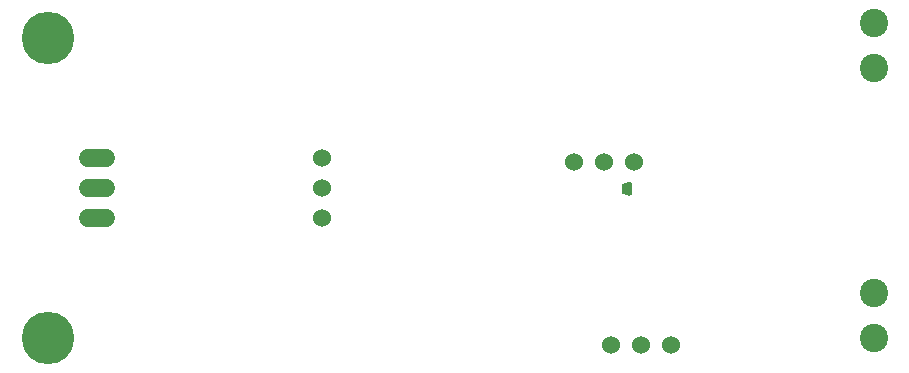
<source format=gbl>
G75*
G70*
%OFA0B0*%
%FSLAX24Y24*%
%IPPOS*%
%LPD*%
%AMOC8*
5,1,8,0,0,1.08239X$1,22.5*
%
%ADD10C,0.0600*%
%ADD11C,0.1750*%
%ADD12C,0.0000*%
%ADD13C,0.0001*%
%ADD14C,0.0602*%
%ADD15C,0.0945*%
D10*
X006550Y007600D02*
X007150Y007600D01*
X007150Y008600D02*
X006550Y008600D01*
X006550Y009600D02*
X007150Y009600D01*
D11*
X005200Y003600D03*
X005200Y013600D03*
D12*
X024351Y008728D02*
X024351Y008696D01*
X024351Y008444D01*
X024379Y008437D01*
X024406Y008425D01*
X024438Y008413D01*
X024465Y008405D01*
X024493Y008393D01*
X024520Y008385D01*
X024548Y008374D01*
X024571Y008385D01*
X024599Y008397D01*
X024623Y008405D01*
X024623Y008763D01*
X024599Y008775D01*
X024571Y008787D01*
X024548Y008799D01*
X024520Y008787D01*
X024493Y008779D01*
X024465Y008767D01*
X024438Y008756D01*
X024406Y008748D01*
X024379Y008736D01*
X024351Y008728D01*
D13*
X024623Y008728D01*
X024353Y008728D01*
X024351Y008727D02*
X024623Y008727D01*
X024623Y008726D02*
X024351Y008726D01*
X024351Y008725D02*
X024623Y008725D01*
X024623Y008724D02*
X024351Y008724D01*
X024351Y008723D02*
X024623Y008723D01*
X024623Y008722D02*
X024351Y008722D01*
X024351Y008721D02*
X024623Y008721D01*
X024623Y008720D02*
X024351Y008720D01*
X024351Y008719D02*
X024623Y008719D01*
X024623Y008718D02*
X024351Y008718D01*
X024351Y008717D02*
X024623Y008717D01*
X024623Y008716D02*
X024351Y008716D01*
X024351Y008715D02*
X024623Y008715D01*
X024623Y008714D02*
X024351Y008714D01*
X024351Y008713D02*
X024623Y008713D01*
X024623Y008712D02*
X024351Y008712D01*
X024351Y008711D02*
X024623Y008711D01*
X024623Y008710D02*
X024351Y008710D01*
X024351Y008709D02*
X024623Y008709D01*
X024623Y008708D02*
X024351Y008708D01*
X024351Y008707D02*
X024623Y008707D01*
X024623Y008706D02*
X024351Y008706D01*
X024351Y008705D02*
X024623Y008705D01*
X024623Y008704D02*
X024351Y008704D01*
X024351Y008703D02*
X024623Y008703D01*
X024623Y008702D02*
X024351Y008702D01*
X024351Y008701D02*
X024623Y008701D01*
X024623Y008700D02*
X024351Y008700D01*
X024351Y008699D02*
X024623Y008699D01*
X024623Y008698D02*
X024351Y008698D01*
X024351Y008697D02*
X024623Y008697D01*
X024623Y008696D02*
X024351Y008696D01*
X024351Y008695D02*
X024623Y008695D01*
X024623Y008694D02*
X024351Y008694D01*
X024351Y008693D02*
X024623Y008693D01*
X024623Y008692D02*
X024351Y008692D01*
X024351Y008691D02*
X024623Y008691D01*
X024623Y008690D02*
X024351Y008690D01*
X024351Y008689D02*
X024623Y008689D01*
X024623Y008688D02*
X024351Y008688D01*
X024351Y008687D02*
X024623Y008687D01*
X024623Y008686D02*
X024351Y008686D01*
X024351Y008685D02*
X024623Y008685D01*
X024623Y008684D02*
X024351Y008684D01*
X024351Y008683D02*
X024623Y008683D01*
X024623Y008682D02*
X024351Y008682D01*
X024351Y008681D02*
X024623Y008681D01*
X024623Y008680D02*
X024351Y008680D01*
X024351Y008679D02*
X024623Y008679D01*
X024623Y008678D02*
X024351Y008678D01*
X024351Y008677D02*
X024623Y008677D01*
X024623Y008676D02*
X024351Y008676D01*
X024351Y008675D02*
X024623Y008675D01*
X024623Y008674D02*
X024351Y008674D01*
X024351Y008673D02*
X024623Y008673D01*
X024623Y008672D02*
X024351Y008672D01*
X024351Y008671D02*
X024623Y008671D01*
X024623Y008670D02*
X024351Y008670D01*
X024351Y008669D02*
X024623Y008669D01*
X024623Y008668D02*
X024351Y008668D01*
X024351Y008667D02*
X024623Y008667D01*
X024623Y008666D02*
X024351Y008666D01*
X024351Y008665D02*
X024623Y008665D01*
X024623Y008664D02*
X024351Y008664D01*
X024351Y008663D02*
X024623Y008663D01*
X024623Y008662D02*
X024351Y008662D01*
X024351Y008661D02*
X024623Y008661D01*
X024623Y008660D02*
X024351Y008660D01*
X024351Y008659D02*
X024623Y008659D01*
X024623Y008658D02*
X024351Y008658D01*
X024351Y008657D02*
X024623Y008657D01*
X024623Y008656D02*
X024351Y008656D01*
X024351Y008655D02*
X024623Y008655D01*
X024623Y008654D02*
X024351Y008654D01*
X024351Y008653D02*
X024623Y008653D01*
X024623Y008652D02*
X024351Y008652D01*
X024351Y008651D02*
X024623Y008651D01*
X024623Y008650D02*
X024351Y008650D01*
X024351Y008649D02*
X024623Y008649D01*
X024623Y008648D02*
X024351Y008648D01*
X024351Y008647D02*
X024623Y008647D01*
X024623Y008646D02*
X024351Y008646D01*
X024351Y008645D02*
X024623Y008645D01*
X024623Y008644D02*
X024351Y008644D01*
X024351Y008643D02*
X024623Y008643D01*
X024623Y008642D02*
X024351Y008642D01*
X024351Y008641D02*
X024623Y008641D01*
X024623Y008640D02*
X024351Y008640D01*
X024351Y008639D02*
X024623Y008639D01*
X024623Y008638D02*
X024351Y008638D01*
X024351Y008637D02*
X024623Y008637D01*
X024623Y008636D02*
X024351Y008636D01*
X024351Y008635D02*
X024623Y008635D01*
X024623Y008634D02*
X024351Y008634D01*
X024351Y008633D02*
X024623Y008633D01*
X024623Y008632D02*
X024351Y008632D01*
X024351Y008631D02*
X024623Y008631D01*
X024623Y008630D02*
X024351Y008630D01*
X024351Y008629D02*
X024623Y008629D01*
X024623Y008628D02*
X024351Y008628D01*
X024351Y008627D02*
X024623Y008627D01*
X024623Y008626D02*
X024351Y008626D01*
X024351Y008625D02*
X024623Y008625D01*
X024623Y008624D02*
X024351Y008624D01*
X024351Y008623D02*
X024623Y008623D01*
X024623Y008622D02*
X024351Y008622D01*
X024351Y008621D02*
X024623Y008621D01*
X024623Y008620D02*
X024351Y008620D01*
X024351Y008619D02*
X024623Y008619D01*
X024623Y008618D02*
X024351Y008618D01*
X024351Y008617D02*
X024623Y008617D01*
X024623Y008616D02*
X024351Y008616D01*
X024351Y008615D02*
X024623Y008615D01*
X024623Y008614D02*
X024351Y008614D01*
X024351Y008613D02*
X024623Y008613D01*
X024623Y008612D02*
X024351Y008612D01*
X024351Y008611D02*
X024623Y008611D01*
X024623Y008610D02*
X024351Y008610D01*
X024351Y008609D02*
X024623Y008609D01*
X024623Y008608D02*
X024351Y008608D01*
X024351Y008607D02*
X024623Y008607D01*
X024623Y008606D02*
X024351Y008606D01*
X024351Y008605D02*
X024623Y008605D01*
X024623Y008604D02*
X024351Y008604D01*
X024351Y008603D02*
X024623Y008603D01*
X024623Y008602D02*
X024351Y008602D01*
X024351Y008601D02*
X024623Y008601D01*
X024623Y008600D02*
X024351Y008600D01*
X024351Y008599D02*
X024623Y008599D01*
X024623Y008598D02*
X024351Y008598D01*
X024351Y008597D02*
X024623Y008597D01*
X024623Y008596D02*
X024351Y008596D01*
X024351Y008595D02*
X024623Y008595D01*
X024623Y008594D02*
X024351Y008594D01*
X024351Y008593D02*
X024623Y008593D01*
X024623Y008592D02*
X024351Y008592D01*
X024351Y008591D02*
X024623Y008591D01*
X024623Y008590D02*
X024351Y008590D01*
X024351Y008589D02*
X024623Y008589D01*
X024623Y008588D02*
X024351Y008588D01*
X024351Y008587D02*
X024623Y008587D01*
X024623Y008586D02*
X024351Y008586D01*
X024351Y008585D02*
X024623Y008585D01*
X024623Y008584D02*
X024351Y008584D01*
X024351Y008583D02*
X024623Y008583D01*
X024623Y008582D02*
X024351Y008582D01*
X024351Y008581D02*
X024623Y008581D01*
X024623Y008580D02*
X024351Y008580D01*
X024351Y008579D02*
X024623Y008579D01*
X024623Y008578D02*
X024351Y008578D01*
X024351Y008577D02*
X024623Y008577D01*
X024623Y008576D02*
X024351Y008576D01*
X024351Y008575D02*
X024623Y008575D01*
X024623Y008574D02*
X024351Y008574D01*
X024351Y008573D02*
X024623Y008573D01*
X024623Y008572D02*
X024351Y008572D01*
X024351Y008571D02*
X024623Y008571D01*
X024623Y008570D02*
X024351Y008570D01*
X024351Y008569D02*
X024623Y008569D01*
X024623Y008568D02*
X024351Y008568D01*
X024351Y008567D02*
X024623Y008567D01*
X024623Y008566D02*
X024351Y008566D01*
X024351Y008565D02*
X024623Y008565D01*
X024623Y008564D02*
X024351Y008564D01*
X024351Y008563D02*
X024623Y008563D01*
X024623Y008562D02*
X024351Y008562D01*
X024351Y008561D02*
X024623Y008561D01*
X024623Y008560D02*
X024351Y008560D01*
X024351Y008559D02*
X024623Y008559D01*
X024623Y008558D02*
X024351Y008558D01*
X024351Y008557D02*
X024623Y008557D01*
X024623Y008556D02*
X024351Y008556D01*
X024351Y008555D02*
X024623Y008555D01*
X024623Y008554D02*
X024351Y008554D01*
X024351Y008553D02*
X024623Y008553D01*
X024623Y008552D02*
X024351Y008552D01*
X024351Y008551D02*
X024623Y008551D01*
X024623Y008550D02*
X024351Y008550D01*
X024351Y008549D02*
X024623Y008549D01*
X024623Y008548D02*
X024351Y008548D01*
X024351Y008547D02*
X024623Y008547D01*
X024623Y008546D02*
X024351Y008546D01*
X024351Y008545D02*
X024623Y008545D01*
X024623Y008544D02*
X024351Y008544D01*
X024351Y008543D02*
X024623Y008543D01*
X024623Y008542D02*
X024351Y008542D01*
X024351Y008541D02*
X024623Y008541D01*
X024623Y008540D02*
X024351Y008540D01*
X024351Y008539D02*
X024623Y008539D01*
X024623Y008538D02*
X024351Y008538D01*
X024351Y008537D02*
X024623Y008537D01*
X024623Y008536D02*
X024351Y008536D01*
X024351Y008535D02*
X024623Y008535D01*
X024623Y008534D02*
X024351Y008534D01*
X024351Y008533D02*
X024623Y008533D01*
X024623Y008532D02*
X024351Y008532D01*
X024351Y008531D02*
X024623Y008531D01*
X024623Y008530D02*
X024351Y008530D01*
X024351Y008529D02*
X024623Y008529D01*
X024623Y008528D02*
X024351Y008528D01*
X024351Y008527D02*
X024623Y008527D01*
X024623Y008526D02*
X024351Y008526D01*
X024351Y008525D02*
X024623Y008525D01*
X024623Y008524D02*
X024351Y008524D01*
X024351Y008523D02*
X024623Y008523D01*
X024623Y008522D02*
X024351Y008522D01*
X024351Y008521D02*
X024623Y008521D01*
X024623Y008520D02*
X024351Y008520D01*
X024351Y008519D02*
X024623Y008519D01*
X024623Y008518D02*
X024351Y008518D01*
X024351Y008517D02*
X024623Y008517D01*
X024623Y008516D02*
X024351Y008516D01*
X024351Y008515D02*
X024623Y008515D01*
X024623Y008514D02*
X024351Y008514D01*
X024351Y008513D02*
X024623Y008513D01*
X024623Y008512D02*
X024351Y008512D01*
X024351Y008511D02*
X024623Y008511D01*
X024623Y008510D02*
X024351Y008510D01*
X024351Y008509D02*
X024623Y008509D01*
X024623Y008508D02*
X024351Y008508D01*
X024351Y008507D02*
X024623Y008507D01*
X024623Y008506D02*
X024351Y008506D01*
X024351Y008505D02*
X024623Y008505D01*
X024623Y008504D02*
X024351Y008504D01*
X024351Y008503D02*
X024623Y008503D01*
X024623Y008502D02*
X024351Y008502D01*
X024351Y008501D02*
X024623Y008501D01*
X024623Y008500D02*
X024351Y008500D01*
X024351Y008499D02*
X024623Y008499D01*
X024623Y008498D02*
X024351Y008498D01*
X024351Y008497D02*
X024623Y008497D01*
X024623Y008496D02*
X024351Y008496D01*
X024351Y008495D02*
X024623Y008495D01*
X024623Y008494D02*
X024351Y008494D01*
X024351Y008493D02*
X024623Y008493D01*
X024623Y008492D02*
X024351Y008492D01*
X024351Y008491D02*
X024623Y008491D01*
X024623Y008490D02*
X024351Y008490D01*
X024351Y008489D02*
X024623Y008489D01*
X024623Y008488D02*
X024351Y008488D01*
X024351Y008487D02*
X024623Y008487D01*
X024623Y008486D02*
X024351Y008486D01*
X024351Y008485D02*
X024623Y008485D01*
X024623Y008484D02*
X024351Y008484D01*
X024351Y008483D02*
X024623Y008483D01*
X024623Y008482D02*
X024351Y008482D01*
X024351Y008481D02*
X024623Y008481D01*
X024623Y008480D02*
X024351Y008480D01*
X024351Y008479D02*
X024623Y008479D01*
X024623Y008478D02*
X024351Y008478D01*
X024351Y008477D02*
X024623Y008477D01*
X024623Y008476D02*
X024351Y008476D01*
X024351Y008475D02*
X024623Y008475D01*
X024623Y008474D02*
X024351Y008474D01*
X024351Y008473D02*
X024623Y008473D01*
X024623Y008472D02*
X024351Y008472D01*
X024351Y008471D02*
X024623Y008471D01*
X024623Y008470D02*
X024351Y008470D01*
X024351Y008469D02*
X024623Y008469D01*
X024623Y008468D02*
X024351Y008468D01*
X024351Y008467D02*
X024623Y008467D01*
X024623Y008466D02*
X024351Y008466D01*
X024351Y008465D02*
X024623Y008465D01*
X024623Y008464D02*
X024351Y008464D01*
X024351Y008463D02*
X024623Y008463D01*
X024623Y008462D02*
X024351Y008462D01*
X024351Y008461D02*
X024623Y008461D01*
X024623Y008460D02*
X024351Y008460D01*
X024351Y008459D02*
X024623Y008459D01*
X024623Y008458D02*
X024351Y008458D01*
X024351Y008457D02*
X024623Y008457D01*
X024623Y008456D02*
X024351Y008456D01*
X024351Y008455D02*
X024623Y008455D01*
X024623Y008454D02*
X024351Y008454D01*
X024351Y008453D02*
X024623Y008453D01*
X024623Y008452D02*
X024351Y008452D01*
X024351Y008451D02*
X024623Y008451D01*
X024623Y008450D02*
X024351Y008450D01*
X024351Y008449D02*
X024623Y008449D01*
X024623Y008448D02*
X024351Y008448D01*
X024351Y008447D02*
X024623Y008447D01*
X024623Y008446D02*
X024351Y008446D01*
X024351Y008445D02*
X024623Y008445D01*
X024623Y008444D02*
X024353Y008444D01*
X024357Y008443D02*
X024623Y008443D01*
X024623Y008442D02*
X024360Y008442D01*
X024364Y008441D02*
X024623Y008441D01*
X024623Y008440D02*
X024367Y008440D01*
X024371Y008439D02*
X024623Y008439D01*
X024623Y008438D02*
X024374Y008438D01*
X024378Y008437D02*
X024623Y008437D01*
X024623Y008436D02*
X024380Y008436D01*
X024383Y008435D02*
X024623Y008435D01*
X024623Y008434D02*
X024385Y008434D01*
X024387Y008433D02*
X024623Y008433D01*
X024623Y008432D02*
X024390Y008432D01*
X024392Y008431D02*
X024623Y008431D01*
X024623Y008430D02*
X024394Y008430D01*
X024397Y008429D02*
X024623Y008429D01*
X024623Y008428D02*
X024399Y008428D01*
X024401Y008427D02*
X024623Y008427D01*
X024623Y008426D02*
X024404Y008426D01*
X024406Y008425D02*
X024623Y008425D01*
X024623Y008424D02*
X024409Y008424D01*
X024411Y008423D02*
X024623Y008423D01*
X024623Y008422D02*
X024414Y008422D01*
X024417Y008421D02*
X024623Y008421D01*
X024623Y008420D02*
X024419Y008420D01*
X024422Y008419D02*
X024623Y008419D01*
X024623Y008418D02*
X024425Y008418D01*
X024427Y008417D02*
X024623Y008417D01*
X024623Y008416D02*
X024430Y008416D01*
X024433Y008415D02*
X024623Y008415D01*
X024623Y008414D02*
X024435Y008414D01*
X024438Y008413D02*
X024623Y008413D01*
X024623Y008412D02*
X024442Y008412D01*
X024445Y008411D02*
X024623Y008411D01*
X024623Y008410D02*
X024449Y008410D01*
X024452Y008409D02*
X024623Y008409D01*
X024623Y008408D02*
X024456Y008408D01*
X024459Y008407D02*
X024623Y008407D01*
X024623Y008406D02*
X024463Y008406D01*
X024466Y008405D02*
X024622Y008405D01*
X024619Y008404D02*
X024468Y008404D01*
X024471Y008403D02*
X024616Y008403D01*
X024613Y008402D02*
X024473Y008402D01*
X024475Y008401D02*
X024610Y008401D01*
X024607Y008400D02*
X024478Y008400D01*
X024480Y008399D02*
X024604Y008399D01*
X024601Y008398D02*
X024482Y008398D01*
X024485Y008397D02*
X024598Y008397D01*
X024596Y008396D02*
X024487Y008396D01*
X024489Y008395D02*
X024593Y008395D01*
X024591Y008394D02*
X024491Y008394D01*
X024494Y008393D02*
X024589Y008393D01*
X024586Y008392D02*
X024498Y008392D01*
X024501Y008391D02*
X024584Y008391D01*
X024582Y008390D02*
X024505Y008390D01*
X024508Y008389D02*
X024579Y008389D01*
X024577Y008388D02*
X024512Y008388D01*
X024515Y008387D02*
X024575Y008387D01*
X024572Y008386D02*
X024519Y008386D01*
X024522Y008385D02*
X024570Y008385D01*
X024568Y008384D02*
X024524Y008384D01*
X024526Y008383D02*
X024566Y008383D01*
X024564Y008382D02*
X024529Y008382D01*
X024531Y008381D02*
X024562Y008381D01*
X024560Y008380D02*
X024533Y008380D01*
X024536Y008379D02*
X024558Y008379D01*
X024556Y008378D02*
X024538Y008378D01*
X024540Y008377D02*
X024554Y008377D01*
X024552Y008376D02*
X024543Y008376D01*
X024545Y008375D02*
X024550Y008375D01*
X024548Y008374D02*
X024547Y008374D01*
X024623Y008729D02*
X024356Y008729D01*
X024360Y008730D02*
X024623Y008730D01*
X024623Y008731D02*
X024363Y008731D01*
X024367Y008732D02*
X024623Y008732D01*
X024623Y008733D02*
X024370Y008733D01*
X024374Y008734D02*
X024623Y008734D01*
X024623Y008735D02*
X024377Y008735D01*
X024380Y008736D02*
X024623Y008736D01*
X024623Y008737D02*
X024382Y008737D01*
X024385Y008738D02*
X024623Y008738D01*
X024623Y008739D02*
X024387Y008739D01*
X024389Y008740D02*
X024623Y008740D01*
X024623Y008741D02*
X024392Y008741D01*
X024394Y008742D02*
X024623Y008742D01*
X024623Y008743D02*
X024396Y008743D01*
X024399Y008744D02*
X024623Y008744D01*
X024623Y008745D02*
X024401Y008745D01*
X024403Y008746D02*
X024623Y008746D01*
X024623Y008747D02*
X024406Y008747D01*
X024409Y008748D02*
X024623Y008748D01*
X024623Y008749D02*
X024413Y008749D01*
X024417Y008750D02*
X024623Y008750D01*
X024623Y008751D02*
X024421Y008751D01*
X024425Y008752D02*
X024623Y008752D01*
X024623Y008753D02*
X024429Y008753D01*
X024433Y008754D02*
X024623Y008754D01*
X024623Y008755D02*
X024437Y008755D01*
X024440Y008756D02*
X024623Y008756D01*
X024623Y008757D02*
X024442Y008757D01*
X024444Y008758D02*
X024623Y008758D01*
X024623Y008759D02*
X024447Y008759D01*
X024449Y008760D02*
X024623Y008760D01*
X024623Y008761D02*
X024451Y008761D01*
X024454Y008762D02*
X024623Y008762D01*
X024622Y008763D02*
X024456Y008763D01*
X024458Y008764D02*
X024620Y008764D01*
X024618Y008765D02*
X024461Y008765D01*
X024463Y008766D02*
X024616Y008766D01*
X024614Y008767D02*
X024465Y008767D01*
X024468Y008768D02*
X024612Y008768D01*
X024610Y008769D02*
X024470Y008769D01*
X024472Y008770D02*
X024608Y008770D01*
X024606Y008771D02*
X024475Y008771D01*
X024477Y008772D02*
X024604Y008772D01*
X024603Y008773D02*
X024479Y008773D01*
X024482Y008774D02*
X024601Y008774D01*
X024598Y008775D02*
X024484Y008775D01*
X024486Y008776D02*
X024596Y008776D01*
X024594Y008777D02*
X024489Y008777D01*
X024491Y008778D02*
X024591Y008778D01*
X024589Y008779D02*
X024494Y008779D01*
X024497Y008780D02*
X024587Y008780D01*
X024584Y008781D02*
X024501Y008781D01*
X024504Y008782D02*
X024582Y008782D01*
X024580Y008783D02*
X024508Y008783D01*
X024511Y008784D02*
X024577Y008784D01*
X024575Y008785D02*
X024515Y008785D01*
X024518Y008786D02*
X024573Y008786D01*
X024571Y008787D02*
X024521Y008787D01*
X024524Y008788D02*
X024569Y008788D01*
X024567Y008789D02*
X024526Y008789D01*
X024528Y008790D02*
X024565Y008790D01*
X024563Y008791D02*
X024531Y008791D01*
X024533Y008792D02*
X024561Y008792D01*
X024559Y008793D02*
X024535Y008793D01*
X024538Y008794D02*
X024557Y008794D01*
X024555Y008795D02*
X024540Y008795D01*
X024542Y008796D02*
X024553Y008796D01*
X024551Y008797D02*
X024545Y008797D01*
X024547Y008798D02*
X024549Y008798D01*
D14*
X024725Y009475D03*
X023725Y009475D03*
X022725Y009475D03*
X014350Y009600D03*
X014350Y008600D03*
X014350Y007600D03*
X023975Y003350D03*
X024975Y003350D03*
X025975Y003350D03*
D15*
X032725Y003600D03*
X032725Y005100D03*
X032725Y012600D03*
X032725Y014100D03*
M02*

</source>
